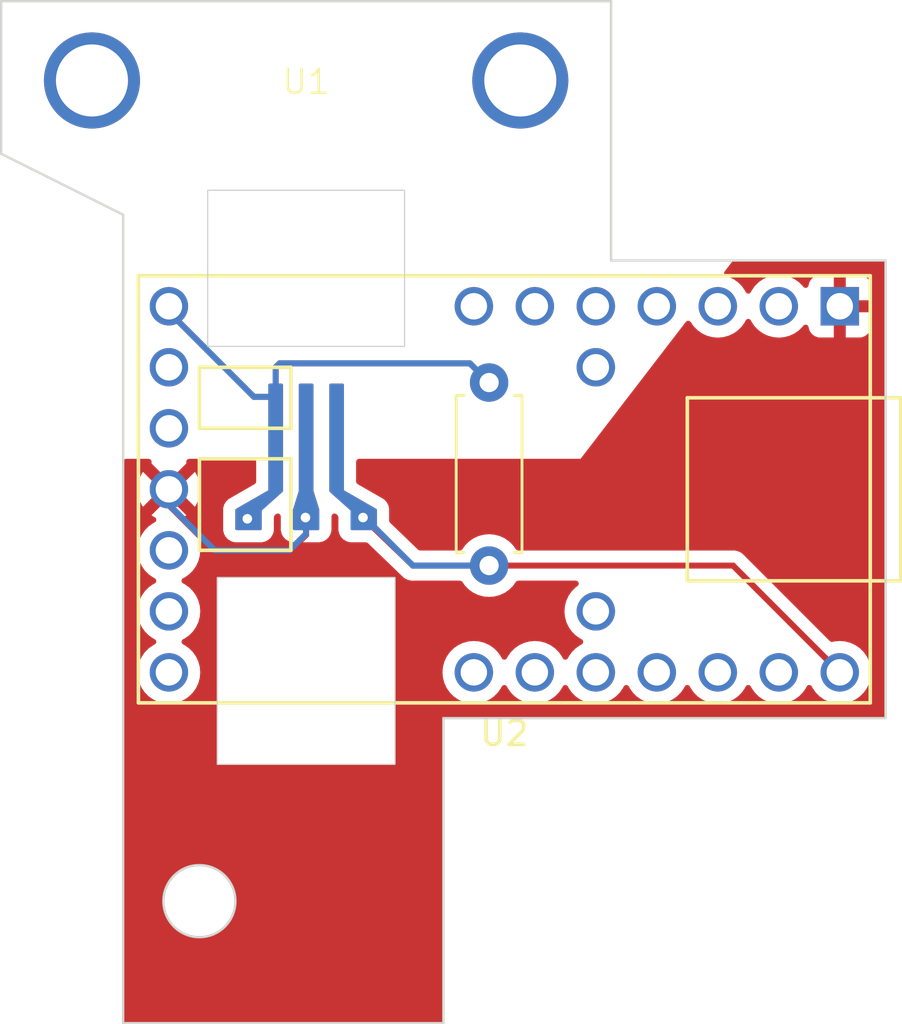
<source format=kicad_pcb>
(kicad_pcb (version 20221018) (generator pcbnew)
  (layers (0 "F.Cu" signal) (31 "B.Cu" signal) (34 "B.Paste" user) (35 "F.Paste" user) (36 "B.SilkS" user "B.Silkscreen") (37 "F.SilkS" user "F.Silkscreen") (38 "B.Mask" user) (39 "F.Mask" user) (44 "Edge.Cuts" user))
  (net 0 "")
  (net 1 "Net-(U1-VOUT)")
  (net 2 "GND")
  (net 21 "VCC")
  (footprint "Library:ATS668LSM_1" (layer "F.Cu") (at 72.39 43.18)
    (fp_text reference "U1" (at 0 -10.62 unlocked) (layer "F.SilkS") (effects (font (thickness 0.1))))
    (fp_text value "~")
    (fp_rect (start -4.1 -6.1) (end 4.1 0.4) (stroke (width 0.05)) (fill none) (layer "Edge.Cuts"))
    (fp_rect (start -3.7 10.02) (end 3.7 17.8) (stroke (width 0.05)) (fill none) (layer "Edge.Cuts"))
    (pad "0" thru_hole circle (at -8.92 -10.67) (size 4 4) (drill 3) (layers "*.Cu" "*.Mask"))
    (pad "0" thru_hole circle (at 8.92 -10.67) (size 4 4) (drill 3) (layers "*.Cu" "*.Mask"))
    (pad "1" smd custom (at 1.27 2) (size 0.001 0.001) (layers "F.Cu" "F.Paste" "F.Mask") (net 21 "VCC") (options (clearance outline) (anchor rect)) (primitives (gr_poly (pts (xy 0.255 0) (xy 0.255 4.42) (xy 1.63 5.21) (xy 1.63 6) (xy 0.63 6) (xy 0.63 5.21) (xy -0.255 4.42) (xy -0.255 0)) (width 0.1) (fill yes))))
    (pad "1" smd custom (at 1.27 2) (size 0.001 0.001) (layers "B.Cu" "B.Paste" "B.Mask") (net 21 "VCC") (options (clearance outline) (anchor rect)) (primitives (gr_poly (pts (xy 0.255 0) (xy 0.255 4.42) (xy 1.63 5.21) (xy 1.63 6) (xy 0.63 6) (xy 0.63 5.21) (xy -0.255 4.42) (xy -0.255 0)) (width 0.1) (fill yes))))
    (pad "2" smd custom (at 0 2) (size 0.1 0.1) (layers "F.Cu" "F.Paste" "F.Mask") (net 2 "GND") (options (clearance outline) (anchor rect)) (primitives (gr_poly (pts (xy -0.255 0) (xy -0.255 4.42) (xy -0.5 5.21) (xy -0.5 6) (xy 0.5 6) (xy 0.5 5.21) (xy 0.255 4.42) (xy 0.255 0)) (width 0.1) (fill yes))))
    (pad "2" smd custom (at 0 2) (size 0.1 0.1) (layers "B.Cu" "B.Paste" "B.Mask") (net 2 "GND") (options (clearance outline) (anchor rect)) (primitives (gr_poly (pts (xy -0.255 0) (xy -0.255 4.42) (xy -0.5 5.21) (xy -0.5 6) (xy 0.5 6) (xy 0.5 5.21) (xy 0.255 4.42) (xy 0.255 0)) (width 0.1) (fill yes))))
    (pad "3" smd custom (at -1.27 2.5) (size 0.5 0.5) (layers "F.Cu" "F.Paste" "F.Mask") (net 1 "Net-(U1-VOUT)") (options (clearance outline) (anchor rect)) (primitives (gr_poly (pts (xy -0.255 -0.5) (xy -0.255 3.92) (xy -1.63 4.71) (xy -1.63 5.5) (xy -0.63 5.5) (xy -0.63 4.71) (xy 0.255 3.92) (xy 0.255 -0.5)) (width 0.1) (fill yes))))
    (pad "3" smd custom (at -1.27 2.5) (size 0.5 0.5) (layers "B.Cu" "B.Paste" "B.Mask") (net 1 "Net-(U1-VOUT)") (options (clearance outline) (anchor rect)) (primitives (gr_poly (pts (xy -0.255 -0.5) (xy -0.255 3.92) (xy -1.63 4.71) (xy -1.63 5.5) (xy -0.63 5.5) (xy -0.63 4.71) (xy 0.255 3.92) (xy 0.255 -0.5)) (width 0.1) (fill yes))))
  )
  (footprint "teensy:Teensy2.0_2" (layer "F.Cu") (at 80.645 49.53 180)
    (fp_text reference "U2" (at 0 -10.16 180) (layer "F.SilkS"))
    (fp_text value "Teensy2.0_(C)")
    (fp_line (start -16.51 -3.81) (end -7.62 -3.81) (stroke (width 0.15)) (layer "F.SilkS"))
    (fp_line (start -16.51 3.81) (end -16.51 -3.81) (stroke (width 0.15)) (layer "F.SilkS"))
    (fp_line (start -15.24 -8.89) (end 15.24 -8.89) (stroke (width 0.15)) (layer "F.SilkS"))
    (fp_line (start -15.24 8.89) (end -15.24 -8.89) (stroke (width 0.15)) (layer "F.SilkS"))
    (fp_line (start -7.62 -3.81) (end -7.62 3.81) (stroke (width 0.15)) (layer "F.SilkS"))
    (fp_line (start -7.62 3.81) (end -16.51 3.81) (stroke (width 0.15)) (layer "F.SilkS"))
    (fp_line (start 8.89 -2.54) (end 8.89 0) (stroke (width 0.15)) (layer "F.SilkS"))
    (fp_line (start 8.89 0) (end 8.89 1.27) (stroke (width 0.15)) (layer "F.SilkS"))
    (fp_line (start 8.89 1.27) (end 12.7 1.27) (stroke (width 0.15)) (layer "F.SilkS"))
    (fp_line (start 8.89 2.54) (end 8.89 5.08) (stroke (width 0.15)) (layer "F.SilkS"))
    (fp_line (start 8.89 5.08) (end 12.7 5.08) (stroke (width 0.15)) (layer "F.SilkS"))
    (fp_line (start 12.7 -2.54) (end 8.89 -2.54) (stroke (width 0.15)) (layer "F.SilkS"))
    (fp_line (start 12.7 1.27) (end 12.7 -2.54) (stroke (width 0.15)) (layer "F.SilkS"))
    (fp_line (start 12.7 2.54) (end 8.89 2.54) (stroke (width 0.15)) (layer "F.SilkS"))
    (fp_line (start 12.7 5.08) (end 12.7 2.54) (stroke (width 0.15)) (layer "F.SilkS"))
    (fp_line (start 15.24 -8.89) (end 15.24 8.89) (stroke (width 0.15)) (layer "F.SilkS"))
    (fp_line (start 15.24 8.89) (end -15.24 8.89) (stroke (width 0.15)) (layer "F.SilkS"))
    (pad "1" thru_hole rect (at -13.97 7.62 180) (size 1.6 1.6) (drill 1.1) (layers "*.Cu" "*.Mask") (net 2 "GND"))
    (pad "2" thru_hole circle (at -11.43 7.62 180) (size 1.6 1.6) (drill 1.1) (layers "*.Cu" "*.Mask"))
    (pad "3" thru_hole circle (at -8.89 7.62 180) (size 1.6 1.6) (drill 1.1) (layers "*.Cu" "*.Mask"))
    (pad "4" thru_hole circle (at -6.35 7.62 180) (size 1.6 1.6) (drill 1.1) (layers "*.Cu" "*.Mask"))
    (pad "5" thru_hole circle (at -3.81 7.62 180) (size 1.6 1.6) (drill 1.1) (layers "*.Cu" "*.Mask"))
    (pad "6" thru_hole circle (at -1.27 7.62 180) (size 1.6 1.6) (drill 1.1) (layers "*.Cu" "*.Mask"))
    (pad "7" thru_hole circle (at 1.27 7.62 180) (size 1.6 1.6) (drill 1.1) (layers "*.Cu" "*.Mask"))
    (pad "12" thru_hole circle (at 13.97 7.62 180) (size 1.6 1.6) (drill 1.1) (layers "*.Cu" "*.Mask") (net 1 "Net-(U1-VOUT)"))
    (pad "13" thru_hole circle (at 13.97 5.08 180) (size 1.6 1.6) (drill 1.1) (layers "*.Cu" "*.Mask"))
    (pad "14" thru_hole circle (at 13.97 2.54 180) (size 1.6 1.6) (drill 1.1) (layers "*.Cu" "*.Mask"))
    (pad "15" thru_hole circle (at 13.97 0 180) (size 1.6 1.6) (drill 1.1) (layers "*.Cu" "*.Mask") (net 2 "GND"))
    (pad "16" thru_hole circle (at 13.97 -2.54 180) (size 1.6 1.6) (drill 1.1) (layers "*.Cu" "*.Mask"))
    (pad "17" thru_hole circle (at 13.97 -5.08 180) (size 1.6 1.6) (drill 1.1) (layers "*.Cu" "*.Mask"))
    (pad "18" thru_hole circle (at 13.97 -7.62 180) (size 1.6 1.6) (drill 1.1) (layers "*.Cu" "*.Mask"))
    (pad "23" thru_hole circle (at 1.27 -7.62 180) (size 1.6 1.6) (drill 1.1) (layers "*.Cu" "*.Mask"))
    (pad "24" thru_hole circle (at -1.27 -7.62 180) (size 1.6 1.6) (drill 1.1) (layers "*.Cu" "*.Mask"))
    (pad "25" thru_hole circle (at -3.81 -7.62 180) (size 1.6 1.6) (drill 1.1) (layers "*.Cu" "*.Mask"))
    (pad "26" thru_hole circle (at -6.35 -7.62 180) (size 1.6 1.6) (drill 1.1) (layers "*.Cu" "*.Mask"))
    (pad "27" thru_hole circle (at -8.89 -7.62 180) (size 1.6 1.6) (drill 1.1) (layers "*.Cu" "*.Mask"))
    (pad "28" thru_hole circle (at -11.43 -7.62 180) (size 1.6 1.6) (drill 1.1) (layers "*.Cu" "*.Mask"))
    (pad "29" thru_hole circle (at -13.97 -7.62 180) (size 1.6 1.6) (drill 1.1) (layers "*.Cu" "*.Mask") (net 21 "VCC"))
    (pad "30" thru_hole circle (at -3.81 5.08 180) (size 1.6 1.6) (drill 1.1) (layers "*.Cu" "*.Mask"))
    (pad "31" thru_hole circle (at -3.81 -5.08 180) (size 1.6 1.6) (drill 1.1) (layers "*.Cu" "*.Mask"))
  )
  (footprint "Resistor_THT:R_Axial_DIN0207_L6.3mm_D2.5mm_P7.62mm_Horizontal" (layer "F.Cu") (at 80.01 52.705 90)
    (fp_text reference "R1" hide)
    (fp_text value "1K")
    (fp_line (start 0.54 -1.37) (end 7.08 -1.37) (stroke (width 0.12)) (layer "F.SilkS"))
    (fp_line (start 0.54 -1.04) (end 0.54 -1.37) (stroke (width 0.12)) (layer "F.SilkS"))
    (fp_line (start 0.54 1.04) (end 0.54 1.37) (stroke (width 0.12)) (layer "F.SilkS"))
    (fp_line (start 0.54 1.37) (end 7.08 1.37) (stroke (width 0.12)) (layer "F.SilkS"))
    (fp_line (start 7.08 -1.37) (end 7.08 -1.04) (stroke (width 0.12)) (layer "F.SilkS"))
    (fp_line (start 7.08 1.37) (end 7.08 1.04) (stroke (width 0.12)) (layer "F.SilkS"))
    (pad "1" thru_hole circle (at 0 0 90) (size 1.6 1.6) (drill 0.8) (layers "*.Cu" "*.Mask") (net 21 "VCC"))
    (pad "2" thru_hole oval (at 7.62 0 90) (size 1.6 1.6) (drill 0.8) (layers "*.Cu" "*.Mask") (net 1 "Net-(U1-VOUT)"))
  )
  (gr_line (start 64.77 71.755) (end 78.105 71.755) (stroke (width 0.1)) (layer "Edge.Cuts"))
  (gr_line (start 59.69 29.21) (end 59.69 35.56) (stroke (width 0.1)) (layer "Edge.Cuts"))
  (gr_line (start 59.69 35.56) (end 64.77 38.1) (stroke (width 0.1)) (layer "Edge.Cuts"))
  (gr_line (start 78.105 59.055) (end 96.52 59.055) (stroke (width 0.1)) (layer "Edge.Cuts"))
  (gr_circle (center 67.945 66.675) (end 69.445 66.675) (stroke (width 0.1)) (fill none) (layer "Edge.Cuts"))
  (gr_line (start 78.105 71.755) (end 78.105 59.055) (stroke (width 0.1)) (layer "Edge.Cuts"))
  (gr_line (start 64.77 38.1) (end 64.77 71.755) (stroke (width 0.1)) (layer "Edge.Cuts"))
  (gr_line (start 85.09 40.005) (end 85.09 29.21) (stroke (width 0.1)) (layer "Edge.Cuts"))
  (gr_line (start 96.52 59.055) (end 96.52 40.005) (stroke (width 0.1)) (layer "Edge.Cuts"))
  (gr_line (start 96.52 40.005) (end 85.09 40.005) (stroke (width 0.1)) (layer "Edge.Cuts"))
  (gr_line (start 85.09 29.21) (end 59.69 29.21) (stroke (width 0.1)) (layer "Edge.Cuts"))
  (segment (start 80.01 45.085) (end 79.210001 44.285001) (width 0.25) (layer "F.Cu") (net 1))
  (segment (start 70.213223 45.68) (end 71.12 45.68) (width 0.25) (layer "F.Cu") (net 1))
  (segment (start 66.675 42.141777) (end 70.213223 45.68) (width 0.25) (layer "F.Cu") (net 1))
  (segment (start 66.675 41.91) (end 66.675 42.141777) (width 0.25) (layer "F.Cu") (net 1))
  (segment (start 71.284999 44.285001) (end 71.12 44.45) (width 0.25) (layer "F.Cu") (net 1))
  (segment (start 71.12 44.45) (end 71.12 45.68) (width 0.25) (layer "F.Cu") (net 1))
  (segment (start 79.210001 44.285001) (end 71.284999 44.285001) (width 0.25) (layer "F.Cu") (net 1))
  (via (at 69.940714 50.757595) (size 0.8) (drill 0.4) (layers "F.Cu" "B.Cu") (net 1))
  (segment (start 66.675 41.91) (end 66.675 42.141777) (width 0.25) (layer "B.Cu") (net 1))
  (segment (start 79.210001 44.285001) (end 71.284999 44.285001) (width 0.25) (layer "B.Cu") (net 1))
  (segment (start 71.12 44.45) (end 71.12 45.72) (width 0.25) (layer "B.Cu") (net 1))
  (segment (start 71.284999 44.285001) (end 71.12 44.45) (width 0.25) (layer "B.Cu") (net 1))
  (segment (start 70.213223 45.68) (end 71.12 45.68) (width 0.25) (layer "B.Cu") (net 1))
  (segment (start 66.675 42.141777) (end 70.213223 45.68) (width 0.25) (layer "B.Cu") (net 1))
  (segment (start 80.01 45.085) (end 79.210001 44.285001) (width 0.25) (layer "B.Cu") (net 1))
  (segment (start 66.675 49.53) (end 66.675 50.195) (width 0.25) (layer "F.Cu") (net 2))
  (segment (start 71.746081 52.07) (end 72.39 51.426081) (width 0.25) (layer "F.Cu") (net 2))
  (segment (start 72.39 51.426081) (end 72.362624 50.706065) (width 0.25) (layer "F.Cu") (net 2))
  (segment (start 72.362624 50.706065) (end 72.39 50.8) (width 0.25) (layer "F.Cu") (net 2))
  (segment (start 66.675 50.195) (end 68.55 52.07) (width 0.25) (layer "F.Cu") (net 2))
  (segment (start 68.55 52.07) (end 71.746081 52.07) (width 0.25) (layer "F.Cu") (net 2))
  (via (at 72.362624 50.706065) (size 0.8) (drill 0.4) (layers "F.Cu" "B.Cu") (net 2))
  (segment (start 68.58 52.07) (end 71.69745 52.07) (width 0.25) (layer "B.Cu") (net 2))
  (segment (start 66.675 49.53) (end 66.675 50.165) (width 0.25) (layer "B.Cu") (net 2))
  (segment (start 66.675 50.165) (end 68.58 52.07) (width 0.25) (layer "B.Cu") (net 2))
  (segment (start 71.69745 52.07) (end 72.39 51.37745) (width 0.25) (layer "B.Cu") (net 2))
  (segment (start 72.39 51.37745) (end 72.39 50.8) (width 0.25) (layer "B.Cu") (net 2))
  (segment (start 76.835 52.705) (end 74.75877 50.706065) (width 0.25) (layer "F.Cu") (net 21))
  (segment (start 80.01 52.705) (end 90.17 52.705) (width 0.25) (layer "F.Cu") (net 21))
  (segment (start 74.75877 50.706065) (end 74.93 50.8) (width 0.25) (layer "F.Cu") (net 21))
  (segment (start 90.17 52.705) (end 94.615 57.15) (width 0.25) (layer "F.Cu") (net 21))
  (segment (start 80.01 52.705) (end 76.835 52.705) (width 0.25) (layer "F.Cu") (net 21))
  (via (at 74.75877 50.706065) (size 0.8) (drill 0.4) (layers "F.Cu" "B.Cu") (net 21))
  (segment (start 80.01 52.705) (end 76.835 52.705) (width 0.25) (layer "B.Cu") (net 21))
  (segment (start 76.835 52.705) (end 74.93 50.8) (width 0.25) (layer "B.Cu") (net 21))
  (zone (net 2) (net_name "GND") (layer "F.Cu") (connect_pads (clearance 0.5)) (min_thickness 0.25) (fill yes (thermal_gap 0.5) (thermal_bridge_width 0.5))
    (polygon (pts (xy 64.77 48.26) (xy 83.82 48.26) (xy 90.17 40.005) (xy 96.52 40.005) (xy 96.52 59.055) (xy 78.105 59.055) (xy 78.105 71.755) (xy 64.77 71.755)))
  )
)
</source>
